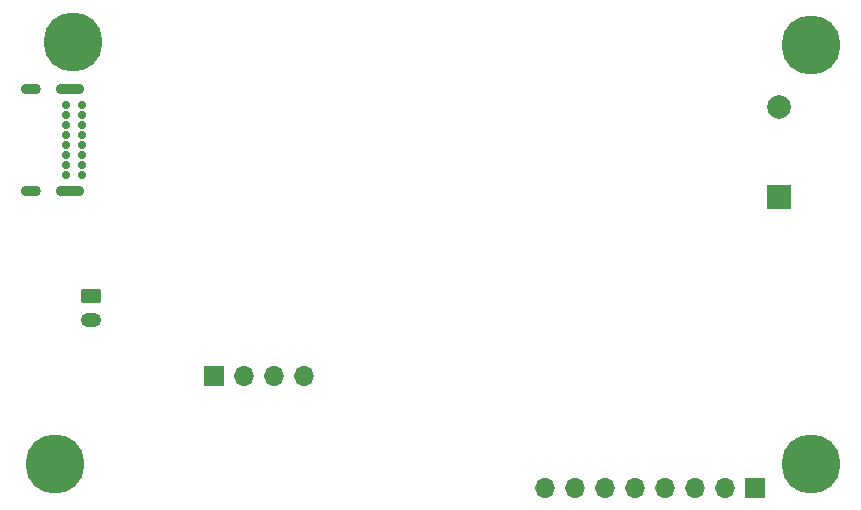
<source format=gbs>
%TF.GenerationSoftware,KiCad,Pcbnew,8.0.5*%
%TF.CreationDate,2024-12-20T12:43:02-05:00*%
%TF.ProjectId,coffee-scale,636f6666-6565-42d7-9363-616c652e6b69,rev?*%
%TF.SameCoordinates,Original*%
%TF.FileFunction,Soldermask,Bot*%
%TF.FilePolarity,Negative*%
%FSLAX46Y46*%
G04 Gerber Fmt 4.6, Leading zero omitted, Abs format (unit mm)*
G04 Created by KiCad (PCBNEW 8.0.5) date 2024-12-20 12:43:02*
%MOMM*%
%LPD*%
G01*
G04 APERTURE LIST*
G04 Aperture macros list*
%AMRoundRect*
0 Rectangle with rounded corners*
0 $1 Rounding radius*
0 $2 $3 $4 $5 $6 $7 $8 $9 X,Y pos of 4 corners*
0 Add a 4 corners polygon primitive as box body*
4,1,4,$2,$3,$4,$5,$6,$7,$8,$9,$2,$3,0*
0 Add four circle primitives for the rounded corners*
1,1,$1+$1,$2,$3*
1,1,$1+$1,$4,$5*
1,1,$1+$1,$6,$7*
1,1,$1+$1,$8,$9*
0 Add four rect primitives between the rounded corners*
20,1,$1+$1,$2,$3,$4,$5,0*
20,1,$1+$1,$4,$5,$6,$7,0*
20,1,$1+$1,$6,$7,$8,$9,0*
20,1,$1+$1,$8,$9,$2,$3,0*%
G04 Aperture macros list end*
%ADD10RoundRect,0.250000X-0.625000X0.350000X-0.625000X-0.350000X0.625000X-0.350000X0.625000X0.350000X0*%
%ADD11O,1.750000X1.200000*%
%ADD12R,1.700000X1.700000*%
%ADD13O,1.700000X1.700000*%
%ADD14C,2.900000*%
%ADD15C,5.000000*%
%ADD16R,2.000000X2.000000*%
%ADD17C,2.000000*%
%ADD18C,0.700000*%
%ADD19O,2.400000X0.900000*%
%ADD20O,1.700000X0.900000*%
G04 APERTURE END LIST*
D10*
%TO.C,J3*%
X134500000Y-117750000D03*
D11*
X134500000Y-119750000D03*
%TD*%
D12*
%TO.C,J1*%
X190790000Y-134000000D03*
D13*
X188250000Y-134000000D03*
X185710000Y-134000000D03*
X183170000Y-134000000D03*
X180630000Y-134000000D03*
X178090000Y-134000000D03*
X175550000Y-134000000D03*
X173010000Y-134000000D03*
%TD*%
D14*
%TO.C,H3*%
X195500000Y-96500000D03*
D15*
X195500000Y-96500000D03*
%TD*%
D16*
%TO.C,LS1*%
X192750000Y-109350000D03*
D17*
X192750000Y-101750000D03*
%TD*%
D12*
%TO.C,J2*%
X144920000Y-124500000D03*
D13*
X147460000Y-124500000D03*
X150000000Y-124500000D03*
X152540000Y-124500000D03*
%TD*%
D18*
%TO.C,J4*%
X133775000Y-101600000D03*
X133775000Y-102450000D03*
X133775000Y-103300000D03*
X133775000Y-104150000D03*
X133775000Y-105000000D03*
X133775000Y-105850000D03*
X133775000Y-106700000D03*
X133775000Y-107550000D03*
X132425000Y-107550000D03*
X132425000Y-106700000D03*
X132425000Y-105850000D03*
X132425000Y-105000000D03*
X132425000Y-104150000D03*
X132425000Y-103300000D03*
X132425000Y-102450000D03*
X132425000Y-101600000D03*
D19*
X132795000Y-100250000D03*
D20*
X129415000Y-100250000D03*
D19*
X132795000Y-108900000D03*
D20*
X129415000Y-108900000D03*
%TD*%
D14*
%TO.C,H4*%
X195500000Y-132000000D03*
D15*
X195500000Y-132000000D03*
%TD*%
D14*
%TO.C,H2*%
X131500000Y-132000000D03*
D15*
X131500000Y-132000000D03*
%TD*%
D14*
%TO.C,H1*%
X133000000Y-96250000D03*
D15*
X133000000Y-96250000D03*
%TD*%
M02*

</source>
